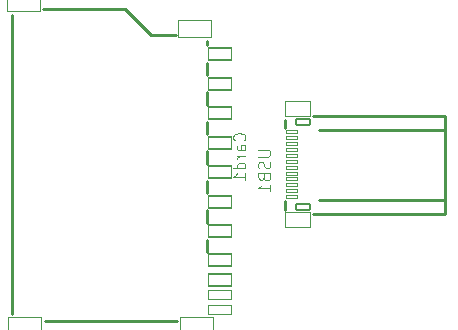
<source format=gbr>
%TF.GenerationSoftware,KiCad,Pcbnew,7.0.2-0*%
%TF.CreationDate,2023-06-27T10:53:37-07:00*%
%TF.ProjectId,jitx-design,6a697478-2d64-4657-9369-676e2e6b6963,rev?*%
%TF.SameCoordinates,Original*%
%TF.FileFunction,Legend,Bot*%
%TF.FilePolarity,Positive*%
%FSLAX46Y46*%
G04 Gerber Fmt 4.6, Leading zero omitted, Abs format (unit mm)*
G04 Created by KiCad (PCBNEW 7.0.2-0) date 2023-06-27 10:53:37*
%MOMM*%
%LPD*%
G01*
G04 APERTURE LIST*
G04 Aperture macros list*
%AMRoundRect*
0 Rectangle with rounded corners*
0 $1 Rounding radius*
0 $2 $3 $4 $5 $6 $7 $8 $9 X,Y pos of 4 corners*
0 Add a 4 corners polygon primitive as box body*
4,1,4,$2,$3,$4,$5,$6,$7,$8,$9,$2,$3,0*
0 Add four circle primitives for the rounded corners*
1,1,$1+$1,$2,$3*
1,1,$1+$1,$4,$5*
1,1,$1+$1,$6,$7*
1,1,$1+$1,$8,$9*
0 Add four rect primitives between the rounded corners*
20,1,$1+$1,$2,$3,$4,$5,0*
20,1,$1+$1,$4,$5,$6,$7,0*
20,1,$1+$1,$6,$7,$8,$9,0*
20,1,$1+$1,$8,$9,$2,$3,0*%
G04 Aperture macros list end*
%ADD10C,0.100000*%
%ADD11C,0.254000*%
%ADD12C,2.300000*%
%ADD13C,3.700000*%
%ADD14RoundRect,0.050000X0.600000X-0.250000X0.600000X0.250000X-0.600000X0.250000X-0.600000X-0.250000X0*%
%ADD15RoundRect,0.050000X1.050000X-0.650000X1.050000X0.650000X-1.050000X0.650000X-1.050000X-0.650000X0*%
%ADD16RoundRect,0.050000X0.500000X-0.150000X0.500000X0.150000X-0.500000X0.150000X-0.500000X-0.150000X0*%
%ADD17C,1.700000*%
%ADD18C,1.200000*%
%ADD19RoundRect,0.051000X-1.000000X0.500000X-1.000000X-0.500000X1.000000X-0.500000X1.000000X0.500000X0*%
%ADD20RoundRect,0.051000X-1.000000X0.350000X-1.000000X-0.350000X1.000000X-0.350000X1.000000X0.350000X0*%
%ADD21RoundRect,0.051000X-1.400000X0.750000X-1.400000X-0.750000X1.400000X-0.750000X1.400000X0.750000X0*%
G04 APERTURE END LIST*
D10*
%TO.C,USB1*%
X146544519Y-106738095D02*
X147354042Y-106738095D01*
X147354042Y-106738095D02*
X147449280Y-106785714D01*
X147449280Y-106785714D02*
X147496900Y-106833333D01*
X147496900Y-106833333D02*
X147544519Y-106928571D01*
X147544519Y-106928571D02*
X147544519Y-107119047D01*
X147544519Y-107119047D02*
X147496900Y-107214285D01*
X147496900Y-107214285D02*
X147449280Y-107261904D01*
X147449280Y-107261904D02*
X147354042Y-107309523D01*
X147354042Y-107309523D02*
X146544519Y-107309523D01*
X147496900Y-107738095D02*
X147544519Y-107880952D01*
X147544519Y-107880952D02*
X147544519Y-108119047D01*
X147544519Y-108119047D02*
X147496900Y-108214285D01*
X147496900Y-108214285D02*
X147449280Y-108261904D01*
X147449280Y-108261904D02*
X147354042Y-108309523D01*
X147354042Y-108309523D02*
X147258804Y-108309523D01*
X147258804Y-108309523D02*
X147163566Y-108261904D01*
X147163566Y-108261904D02*
X147115947Y-108214285D01*
X147115947Y-108214285D02*
X147068328Y-108119047D01*
X147068328Y-108119047D02*
X147020709Y-107928571D01*
X147020709Y-107928571D02*
X146973090Y-107833333D01*
X146973090Y-107833333D02*
X146925471Y-107785714D01*
X146925471Y-107785714D02*
X146830233Y-107738095D01*
X146830233Y-107738095D02*
X146734995Y-107738095D01*
X146734995Y-107738095D02*
X146639757Y-107785714D01*
X146639757Y-107785714D02*
X146592138Y-107833333D01*
X146592138Y-107833333D02*
X146544519Y-107928571D01*
X146544519Y-107928571D02*
X146544519Y-108166666D01*
X146544519Y-108166666D02*
X146592138Y-108309523D01*
X147020709Y-109071428D02*
X147068328Y-109214285D01*
X147068328Y-109214285D02*
X147115947Y-109261904D01*
X147115947Y-109261904D02*
X147211185Y-109309523D01*
X147211185Y-109309523D02*
X147354042Y-109309523D01*
X147354042Y-109309523D02*
X147449280Y-109261904D01*
X147449280Y-109261904D02*
X147496900Y-109214285D01*
X147496900Y-109214285D02*
X147544519Y-109119047D01*
X147544519Y-109119047D02*
X147544519Y-108738095D01*
X147544519Y-108738095D02*
X146544519Y-108738095D01*
X146544519Y-108738095D02*
X146544519Y-109071428D01*
X146544519Y-109071428D02*
X146592138Y-109166666D01*
X146592138Y-109166666D02*
X146639757Y-109214285D01*
X146639757Y-109214285D02*
X146734995Y-109261904D01*
X146734995Y-109261904D02*
X146830233Y-109261904D01*
X146830233Y-109261904D02*
X146925471Y-109214285D01*
X146925471Y-109214285D02*
X146973090Y-109166666D01*
X146973090Y-109166666D02*
X147020709Y-109071428D01*
X147020709Y-109071428D02*
X147020709Y-108738095D01*
X147544519Y-110261904D02*
X147544519Y-109690476D01*
X147544519Y-109976190D02*
X146544519Y-109976190D01*
X146544519Y-109976190D02*
X146687376Y-109880952D01*
X146687376Y-109880952D02*
X146782614Y-109785714D01*
X146782614Y-109785714D02*
X146830233Y-109690476D01*
%TO.C,Card1*%
X145347980Y-105928570D02*
X145395600Y-105880951D01*
X145395600Y-105880951D02*
X145443219Y-105738094D01*
X145443219Y-105738094D02*
X145443219Y-105642856D01*
X145443219Y-105642856D02*
X145395600Y-105499999D01*
X145395600Y-105499999D02*
X145300361Y-105404761D01*
X145300361Y-105404761D02*
X145205123Y-105357142D01*
X145205123Y-105357142D02*
X145014647Y-105309523D01*
X145014647Y-105309523D02*
X144871790Y-105309523D01*
X144871790Y-105309523D02*
X144681314Y-105357142D01*
X144681314Y-105357142D02*
X144586076Y-105404761D01*
X144586076Y-105404761D02*
X144490838Y-105499999D01*
X144490838Y-105499999D02*
X144443219Y-105642856D01*
X144443219Y-105642856D02*
X144443219Y-105738094D01*
X144443219Y-105738094D02*
X144490838Y-105880951D01*
X144490838Y-105880951D02*
X144538457Y-105928570D01*
X145443219Y-106785713D02*
X144919409Y-106785713D01*
X144919409Y-106785713D02*
X144824171Y-106738094D01*
X144824171Y-106738094D02*
X144776552Y-106642856D01*
X144776552Y-106642856D02*
X144776552Y-106452380D01*
X144776552Y-106452380D02*
X144824171Y-106357142D01*
X145395600Y-106785713D02*
X145443219Y-106690475D01*
X145443219Y-106690475D02*
X145443219Y-106452380D01*
X145443219Y-106452380D02*
X145395600Y-106357142D01*
X145395600Y-106357142D02*
X145300361Y-106309523D01*
X145300361Y-106309523D02*
X145205123Y-106309523D01*
X145205123Y-106309523D02*
X145109885Y-106357142D01*
X145109885Y-106357142D02*
X145062266Y-106452380D01*
X145062266Y-106452380D02*
X145062266Y-106690475D01*
X145062266Y-106690475D02*
X145014647Y-106785713D01*
X145443219Y-107261904D02*
X144776552Y-107261904D01*
X144967028Y-107261904D02*
X144871790Y-107309523D01*
X144871790Y-107309523D02*
X144824171Y-107357142D01*
X144824171Y-107357142D02*
X144776552Y-107452380D01*
X144776552Y-107452380D02*
X144776552Y-107547618D01*
X145443219Y-108309523D02*
X144443219Y-108309523D01*
X145395600Y-108309523D02*
X145443219Y-108214285D01*
X145443219Y-108214285D02*
X145443219Y-108023809D01*
X145443219Y-108023809D02*
X145395600Y-107928571D01*
X145395600Y-107928571D02*
X145347980Y-107880952D01*
X145347980Y-107880952D02*
X145252742Y-107833333D01*
X145252742Y-107833333D02*
X144967028Y-107833333D01*
X144967028Y-107833333D02*
X144871790Y-107880952D01*
X144871790Y-107880952D02*
X144824171Y-107928571D01*
X144824171Y-107928571D02*
X144776552Y-108023809D01*
X144776552Y-108023809D02*
X144776552Y-108214285D01*
X144776552Y-108214285D02*
X144824171Y-108309523D01*
X145443219Y-109309523D02*
X145443219Y-108738095D01*
X145443219Y-109023809D02*
X144443219Y-109023809D01*
X144443219Y-109023809D02*
X144586076Y-108928571D01*
X144586076Y-108928571D02*
X144681314Y-108833333D01*
X144681314Y-108833333D02*
X144728933Y-108738095D01*
D11*
%TO.C,USB1*%
X162387500Y-112150000D02*
X151168500Y-112150000D01*
X148787500Y-111075000D02*
X148787500Y-111824000D01*
X162187500Y-111000000D02*
X151687500Y-111000000D01*
X162387500Y-105061000D02*
X151687500Y-105061000D01*
X148787500Y-104176000D02*
X148787500Y-104925000D01*
X162387500Y-103850000D02*
X162387500Y-112150000D01*
X162387500Y-103850000D02*
X151168500Y-103850000D01*
%TO.C,Card1*%
X135225000Y-94800000D02*
X137425000Y-97000000D01*
X128357000Y-94800000D02*
X135225000Y-94800000D01*
X125725000Y-95331000D02*
X125725000Y-120669000D01*
X137425000Y-97000000D02*
X139594000Y-97000000D01*
X142225000Y-97904000D02*
X142225000Y-97531000D01*
X142225000Y-100404000D02*
X142225000Y-99355000D01*
X142225000Y-102904000D02*
X142225000Y-101856000D01*
X142225000Y-105404000D02*
X142225000Y-104355000D01*
X142225000Y-107904000D02*
X142225000Y-106856000D01*
X142225000Y-110404000D02*
X142225000Y-109356000D01*
X142225000Y-112904000D02*
X142225000Y-111856000D01*
X142225000Y-115400000D02*
X142225000Y-114356000D01*
X128456000Y-121200000D02*
X139694000Y-121200000D01*
%TD*%
%LPC*%
D12*
%TO.C,U1*%
X150050000Y-97450000D03*
D13*
X150050000Y-97450000D03*
%TD*%
D12*
%TO.C,U2*%
X150050000Y-118550000D03*
D13*
X150050000Y-118550000D03*
%TD*%
D14*
%TO.C,USB1*%
X150336500Y-104425000D03*
D15*
X149887500Y-103300000D03*
X149887500Y-112700000D03*
D14*
X150336500Y-111575000D03*
D16*
X149437500Y-110750000D03*
X149437500Y-110250000D03*
X149437500Y-109750000D03*
X149437500Y-109250000D03*
X149437500Y-106750000D03*
X149437500Y-106250000D03*
X149437500Y-105750000D03*
X149437500Y-105250000D03*
X149437500Y-107250000D03*
X149437500Y-107750000D03*
X149437500Y-108250000D03*
X149437500Y-108750000D03*
%TD*%
D17*
%TO.C,Card1*%
X140225000Y-98500000D03*
D18*
X140275000Y-119500000D03*
D19*
X143275000Y-101130000D03*
X143275000Y-103630000D03*
X143275000Y-106130000D03*
X143275000Y-108630000D03*
X143275000Y-111130000D03*
X143275000Y-113630000D03*
X143275000Y-116060000D03*
X143275000Y-117760000D03*
X143275000Y-98630000D03*
D20*
X143275000Y-119060000D03*
X143275000Y-120260000D03*
D21*
X141325000Y-121650000D03*
X126825000Y-121650000D03*
X126725000Y-94350000D03*
X141225000Y-96550000D03*
%TD*%
%LPD*%
M02*

</source>
